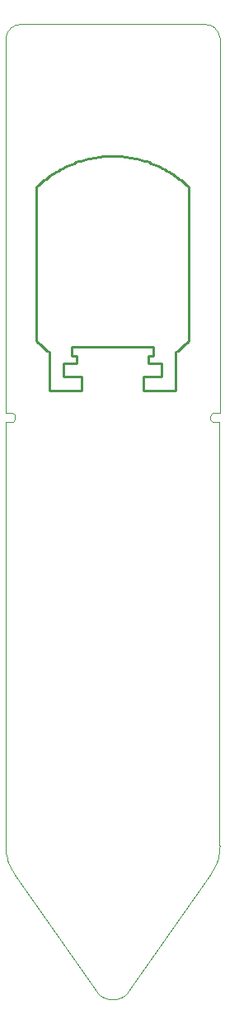
<source format=gbo>
G04*
G04 #@! TF.GenerationSoftware,Altium Limited,Altium Designer,19.0.15 (446)*
G04*
G04 Layer_Color=32896*
%FSLAX25Y25*%
%MOIN*%
G70*
G01*
G75*
%ADD15C,0.01000*%
%ADD16C,0.00050*%
D15*
X68896Y261373D02*
X69666Y261943D01*
X70424Y262528D01*
X71168Y263130D01*
X71899Y263748D01*
X72616Y264382D01*
X73320Y265031D01*
X74009Y265696D01*
X12591Y265696D02*
X13280Y265031D01*
X13984Y264382D01*
X14701Y263748D01*
X15432Y263130D01*
X16176Y262528D01*
X16934Y261942D01*
X17704Y261373D01*
X74009Y328025D02*
X73286Y328716D01*
X72548Y329391D01*
X71794Y330049D01*
X71026Y330690D01*
X70243Y331312D01*
X69447Y331917D01*
X68636Y332504D01*
X67813Y333072D01*
X66977Y333621D01*
X66128Y334151D01*
X65268Y334661D01*
X64397Y335152D01*
X63514Y335623D01*
X62621Y336073D01*
X61718Y336503D01*
X60805Y336912D01*
X59883Y337301D01*
X58953Y337668D01*
X58014Y338014D01*
X57068Y338339D01*
X56115Y338642D01*
X55155Y338923D01*
X54189Y339182D01*
X53217Y339419D01*
X52240Y339634D01*
X51258Y339826D01*
X50273Y339996D01*
X49283Y340144D01*
X48291Y340269D01*
X47296Y340371D01*
X46299Y340451D01*
X45300Y340508D01*
X44300Y340542D01*
X43300Y340554D01*
X42300Y340542D01*
X41300Y340508D01*
X40301Y340451D01*
X39304Y340371D01*
X38309Y340269D01*
X37317Y340144D01*
X36327Y339996D01*
X35342Y339826D01*
X34360Y339634D01*
X33383Y339419D01*
X32412Y339182D01*
X31445Y338923D01*
X30485Y338642D01*
X29532Y338339D01*
X28586Y338014D01*
X27647Y337668D01*
X26717Y337301D01*
X25795Y336912D01*
X24882Y336503D01*
X23979Y336073D01*
X23086Y335623D01*
X22204Y335152D01*
X21332Y334661D01*
X20471Y334151D01*
X19623Y333621D01*
X18787Y333072D01*
X17964Y332504D01*
X17153Y331917D01*
X16357Y331312D01*
X15574Y330690D01*
X14806Y330049D01*
X14052Y329391D01*
X13314Y328716D01*
X12591Y328025D01*
X68891Y245843D02*
Y261268D01*
X17709Y245843D02*
Y261268D01*
Y245843D02*
X30907D01*
Y251468D01*
X23407D02*
X30907D01*
X23407D02*
Y256968D01*
X28907D01*
Y259968D01*
X26907D02*
X28907D01*
X26907D02*
Y263469D01*
X59800D01*
Y259968D02*
Y263469D01*
X57800Y259968D02*
X59800D01*
X57800Y256968D02*
Y259968D01*
Y256968D02*
X63300D01*
Y251468D02*
Y256968D01*
X55800Y251468D02*
X63300D01*
X55800Y245843D02*
Y251468D01*
Y245843D02*
X68891D01*
X12591Y265696D02*
Y328219D01*
X74009Y265696D02*
Y328219D01*
D16*
X86639Y387820D02*
X86550Y388846D01*
X86283Y389840D01*
X85848Y390773D01*
X85258Y391616D01*
X84530Y392344D01*
X83686Y392935D01*
X82753Y393370D01*
X81759Y393636D01*
X80734Y393726D01*
X5931D02*
X4905Y393636D01*
X3911Y393370D01*
X2978Y392935D01*
X2135Y392344D01*
X1407Y391616D01*
X816Y390773D01*
X381Y389840D01*
X115Y388846D01*
X25Y387820D01*
Y62227D02*
X51Y61225D01*
X127Y60226D01*
X254Y59232D01*
X432Y58246D01*
X659Y57270D01*
X936Y56307D01*
X1262Y55360D01*
X1635Y54430D01*
X2055Y53520D01*
X2521Y52633D01*
X3031Y51771D01*
X3585Y50936D01*
X36882Y3383D02*
X37511Y2596D01*
X38236Y1897D01*
X39044Y1295D01*
X39922Y802D01*
X40855Y425D01*
X41830Y170D01*
X42829Y41D01*
X43836D01*
X44835Y170D01*
X45809Y425D01*
X46743Y802D01*
X47621Y1295D01*
X48428Y1897D01*
X49153Y2596D01*
X49782Y3383D01*
X83079Y50936D02*
X83633Y51771D01*
X84143Y52633D01*
X84609Y53520D01*
X85029Y54430D01*
X85403Y55360D01*
X85728Y56307D01*
X86005Y57270D01*
X86233Y58246D01*
X86410Y59232D01*
X86537Y60226D01*
X86614Y61225D01*
X86639Y62227D01*
X84696Y237000D02*
X83704Y236748D01*
X82973Y236032D01*
X82700Y235045D01*
X82959Y234055D01*
X83680Y233329D01*
X84668Y233063D01*
X2000D02*
X2988Y233329D01*
X3709Y234055D01*
X3968Y235045D01*
X3696Y236032D01*
X2965Y236748D01*
X1973Y237000D01*
X5931Y393726D02*
X80734D01*
X3585Y50936D02*
X36882Y3383D01*
X49782D02*
X83079Y50936D01*
X86639Y237000D02*
X86639Y387820D01*
X84668Y233063D02*
X86637D01*
X84696Y237000D02*
X86664D01*
X86637Y62227D02*
X86637Y233063D01*
X25D02*
X25Y62227D01*
X4Y237000D02*
X1973D01*
X0Y233063D02*
X1969D01*
X4Y387820D02*
X4Y237000D01*
M02*

</source>
